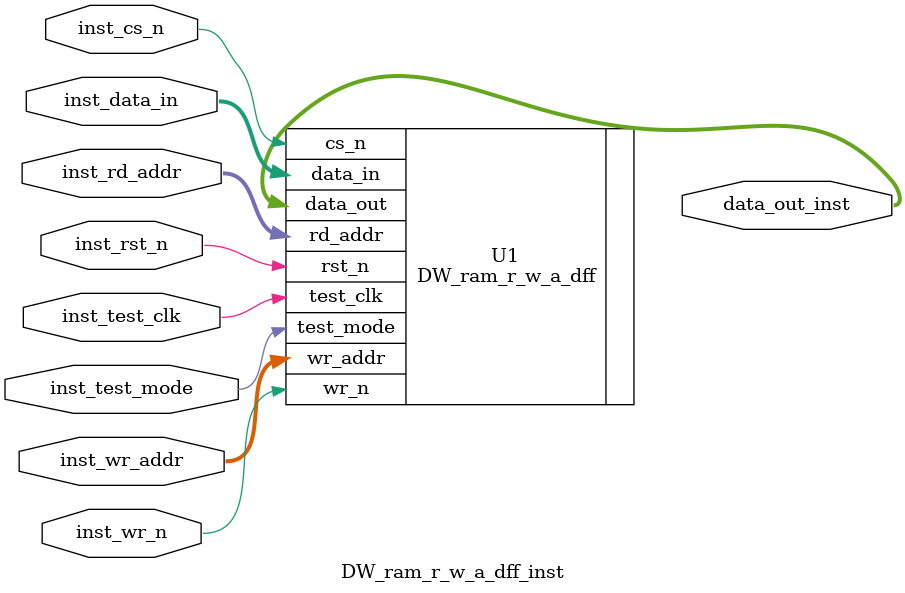
<source format=v>
module DW_ram_r_w_a_dff_inst(inst_rst_n, inst_cs_n, inst_wr_n,
                             inst_test_mode, inst_test_clk, inst_rd_addr,
                             inst_wr_addr, inst_data_in, data_out_inst );
  parameter data_width = 8;
  parameter depth = 8;
  parameter rst_mode = 0;
  `define bit_width_depth 3 // ceil(log2(depth)) 

  input inst_rst_n;
  input inst_cs_n;
  input inst_wr_n;
  input inst_test_mode;
  input inst_test_clk;
  input [`bit_width_depth-1 : 0] inst_rd_addr;
  input [`bit_width_depth-1 : 0] inst_wr_addr;
  input [data_width-1 : 0] inst_data_in;
  output [data_width-1 : 0] data_out_inst;

  // Instance of DW_ram_r_w_a_dff
  DW_ram_r_w_a_dff #(data_width,   depth,   rst_mode)
    U1 (.rst_n(inst_rst_n),   .cs_n(inst_cs_n),   .wr_n(inst_wr_n),
        .test_mode(inst_test_mode),   .test_clk(inst_test_clk),
        .rd_addr(inst_rd_addr),   .wr_addr(inst_wr_addr),
        .data_in(inst_data_in),   .data_out(data_out_inst) );
endmodule


</source>
